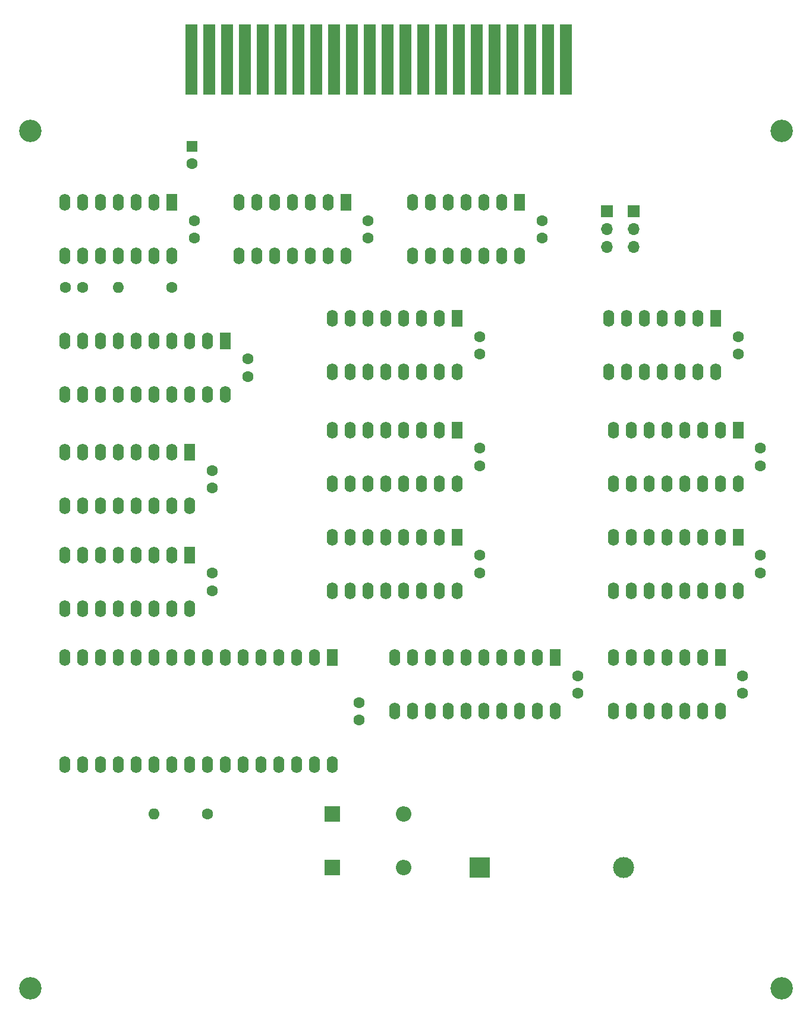
<source format=gts>
G04 #@! TF.GenerationSoftware,KiCad,Pcbnew,(5.1.9)-1*
G04 #@! TF.CreationDate,2025-12-18T14:44:51+09:00*
G04 #@! TF.ProjectId,MZ-2000_EMM,4d5a2d32-3030-4305-9f45-4d4d2e6b6963,rev?*
G04 #@! TF.SameCoordinates,PX20a6660PYbcc1c70*
G04 #@! TF.FileFunction,Soldermask,Top*
G04 #@! TF.FilePolarity,Negative*
%FSLAX46Y46*%
G04 Gerber Fmt 4.6, Leading zero omitted, Abs format (unit mm)*
G04 Created by KiCad (PCBNEW (5.1.9)-1) date 2025-12-18 14:44:51*
%MOMM*%
%LPD*%
G01*
G04 APERTURE LIST*
%ADD10R,1.780000X10.000000*%
%ADD11C,3.200000*%
%ADD12C,1.600000*%
%ADD13R,1.600000X1.600000*%
%ADD14O,2.200000X2.200000*%
%ADD15R,2.200000X2.200000*%
%ADD16O,1.600000X1.600000*%
%ADD17R,1.600000X2.400000*%
%ADD18O,1.600000X2.400000*%
%ADD19C,3.000000*%
%ADD20R,3.000000X3.000000*%
%ADD21R,1.700000X1.700000*%
%ADD22O,1.700000X1.700000*%
G04 APERTURE END LIST*
D10*
X26940000Y137196000D03*
X29480000Y137196000D03*
X32020000Y137196000D03*
X34560000Y137196000D03*
X37100000Y137196000D03*
X39640000Y137196000D03*
X42180000Y137196000D03*
X44720000Y137196000D03*
X47260000Y137196000D03*
X49800000Y137196000D03*
X52340000Y137196000D03*
X54880000Y137196000D03*
X57420000Y137196000D03*
X59960000Y137196000D03*
X62500000Y137196000D03*
X65040000Y137196000D03*
X67580000Y137196000D03*
X70120000Y137196000D03*
X72660000Y137196000D03*
X75200000Y137196000D03*
X77740000Y137196000D03*
X80280000Y137196000D03*
D11*
X4000000Y127000000D03*
X111000000Y127000000D03*
X111000000Y5000000D03*
X4000000Y5000000D03*
D12*
X76835000Y111760000D03*
X76835000Y114260000D03*
X34925000Y94575000D03*
X34925000Y92075000D03*
X67945000Y95250000D03*
X67945000Y97750000D03*
X29845000Y76200000D03*
X29845000Y78700000D03*
X67945000Y81875000D03*
X67945000Y79375000D03*
X29845000Y61595000D03*
X29845000Y64095000D03*
X67945000Y66635000D03*
X67945000Y64135000D03*
X50800000Y43180000D03*
X50800000Y45680000D03*
X81915000Y49490000D03*
X81915000Y46990000D03*
X8930000Y104775000D03*
X11430000Y104775000D03*
D13*
X26987500Y124841000D03*
D12*
X26987500Y122341000D03*
D14*
X57150000Y22225000D03*
D15*
X46990000Y22225000D03*
X46990000Y29845000D03*
D14*
X57150000Y29845000D03*
D12*
X24130000Y104775000D03*
D16*
X16510000Y104775000D03*
D17*
X24130000Y116840000D03*
D18*
X8890000Y109220000D03*
X21590000Y116840000D03*
X11430000Y109220000D03*
X19050000Y116840000D03*
X13970000Y109220000D03*
X16510000Y116840000D03*
X16510000Y109220000D03*
X13970000Y116840000D03*
X19050000Y109220000D03*
X11430000Y116840000D03*
X21590000Y109220000D03*
X8890000Y116840000D03*
X24130000Y109220000D03*
X31750000Y89535000D03*
X8890000Y97155000D03*
X29210000Y89535000D03*
X11430000Y97155000D03*
X26670000Y89535000D03*
X13970000Y97155000D03*
X24130000Y89535000D03*
X16510000Y97155000D03*
X21590000Y89535000D03*
X19050000Y97155000D03*
X19050000Y89535000D03*
X21590000Y97155000D03*
X16510000Y89535000D03*
X24130000Y97155000D03*
X13970000Y89535000D03*
X26670000Y97155000D03*
X11430000Y89535000D03*
X29210000Y97155000D03*
X8890000Y89535000D03*
D17*
X31750000Y97155000D03*
X64770000Y100330000D03*
D18*
X46990000Y92710000D03*
X62230000Y100330000D03*
X49530000Y92710000D03*
X59690000Y100330000D03*
X52070000Y92710000D03*
X57150000Y100330000D03*
X54610000Y92710000D03*
X54610000Y100330000D03*
X57150000Y92710000D03*
X52070000Y100330000D03*
X59690000Y92710000D03*
X49530000Y100330000D03*
X62230000Y92710000D03*
X46990000Y100330000D03*
X64770000Y92710000D03*
X26670000Y73660000D03*
X8890000Y81280000D03*
X24130000Y73660000D03*
X11430000Y81280000D03*
X21590000Y73660000D03*
X13970000Y81280000D03*
X19050000Y73660000D03*
X16510000Y81280000D03*
X16510000Y73660000D03*
X19050000Y81280000D03*
X13970000Y73660000D03*
X21590000Y81280000D03*
X11430000Y73660000D03*
X24130000Y81280000D03*
X8890000Y73660000D03*
D17*
X26670000Y81280000D03*
X64770000Y84455000D03*
D18*
X46990000Y76835000D03*
X62230000Y84455000D03*
X49530000Y76835000D03*
X59690000Y84455000D03*
X52070000Y76835000D03*
X57150000Y84455000D03*
X54610000Y76835000D03*
X54610000Y84455000D03*
X57150000Y76835000D03*
X52070000Y84455000D03*
X59690000Y76835000D03*
X49530000Y84455000D03*
X62230000Y76835000D03*
X46990000Y84455000D03*
X64770000Y76835000D03*
D17*
X26670000Y66675000D03*
D18*
X8890000Y59055000D03*
X24130000Y66675000D03*
X11430000Y59055000D03*
X21590000Y66675000D03*
X13970000Y59055000D03*
X19050000Y66675000D03*
X16510000Y59055000D03*
X16510000Y66675000D03*
X19050000Y59055000D03*
X13970000Y66675000D03*
X21590000Y59055000D03*
X11430000Y66675000D03*
X24130000Y59055000D03*
X8890000Y66675000D03*
X26670000Y59055000D03*
X64770000Y61595000D03*
X46990000Y69215000D03*
X62230000Y61595000D03*
X49530000Y69215000D03*
X59690000Y61595000D03*
X52070000Y69215000D03*
X57150000Y61595000D03*
X54610000Y69215000D03*
X54610000Y61595000D03*
X57150000Y69215000D03*
X52070000Y61595000D03*
X59690000Y69215000D03*
X49530000Y61595000D03*
X62230000Y69215000D03*
X46990000Y61595000D03*
D17*
X64770000Y69215000D03*
X46990000Y52070000D03*
D18*
X8890000Y36830000D03*
X44450000Y52070000D03*
X11430000Y36830000D03*
X41910000Y52070000D03*
X13970000Y36830000D03*
X39370000Y52070000D03*
X16510000Y36830000D03*
X36830000Y52070000D03*
X19050000Y36830000D03*
X34290000Y52070000D03*
X21590000Y36830000D03*
X31750000Y52070000D03*
X24130000Y36830000D03*
X29210000Y52070000D03*
X26670000Y36830000D03*
X26670000Y52070000D03*
X29210000Y36830000D03*
X24130000Y52070000D03*
X31750000Y36830000D03*
X21590000Y52070000D03*
X34290000Y36830000D03*
X19050000Y52070000D03*
X36830000Y36830000D03*
X16510000Y52070000D03*
X39370000Y36830000D03*
X13970000Y52070000D03*
X41910000Y36830000D03*
X11430000Y52070000D03*
X44450000Y36830000D03*
X8890000Y52070000D03*
X46990000Y36830000D03*
D17*
X78740000Y52070000D03*
D18*
X55880000Y44450000D03*
X76200000Y52070000D03*
X58420000Y44450000D03*
X73660000Y52070000D03*
X60960000Y44450000D03*
X71120000Y52070000D03*
X63500000Y44450000D03*
X68580000Y52070000D03*
X66040000Y44450000D03*
X66040000Y52070000D03*
X68580000Y44450000D03*
X63500000Y52070000D03*
X71120000Y44450000D03*
X60960000Y52070000D03*
X73660000Y44450000D03*
X58420000Y52070000D03*
X76200000Y44450000D03*
X55880000Y52070000D03*
X78740000Y44450000D03*
D19*
X88435000Y22225000D03*
D20*
X67945000Y22225000D03*
D12*
X52070000Y114260000D03*
X52070000Y111760000D03*
X27305000Y111760000D03*
X27305000Y114260000D03*
X104775000Y97750000D03*
X104775000Y95250000D03*
X107950000Y81875000D03*
X107950000Y79375000D03*
X107950000Y64135000D03*
X107950000Y66635000D03*
X105410000Y46990000D03*
X105410000Y49490000D03*
D21*
X86106000Y115570000D03*
D22*
X86106000Y113030000D03*
X86106000Y110490000D03*
X89916000Y110490000D03*
X89916000Y113030000D03*
D21*
X89916000Y115570000D03*
D17*
X48895000Y116840000D03*
D18*
X33655000Y109220000D03*
X46355000Y116840000D03*
X36195000Y109220000D03*
X43815000Y116840000D03*
X38735000Y109220000D03*
X41275000Y116840000D03*
X41275000Y109220000D03*
X38735000Y116840000D03*
X43815000Y109220000D03*
X36195000Y116840000D03*
X46355000Y109220000D03*
X33655000Y116840000D03*
X48895000Y109220000D03*
D17*
X101600000Y100330000D03*
D18*
X86360000Y92710000D03*
X99060000Y100330000D03*
X88900000Y92710000D03*
X96520000Y100330000D03*
X91440000Y92710000D03*
X93980000Y100330000D03*
X93980000Y92710000D03*
X91440000Y100330000D03*
X96520000Y92710000D03*
X88900000Y100330000D03*
X99060000Y92710000D03*
X86360000Y100330000D03*
X101600000Y92710000D03*
X104775000Y76835000D03*
X86995000Y84455000D03*
X102235000Y76835000D03*
X89535000Y84455000D03*
X99695000Y76835000D03*
X92075000Y84455000D03*
X97155000Y76835000D03*
X94615000Y84455000D03*
X94615000Y76835000D03*
X97155000Y84455000D03*
X92075000Y76835000D03*
X99695000Y84455000D03*
X89535000Y76835000D03*
X102235000Y84455000D03*
X86995000Y76835000D03*
D17*
X104775000Y84455000D03*
X104775000Y69215000D03*
D18*
X86995000Y61595000D03*
X102235000Y69215000D03*
X89535000Y61595000D03*
X99695000Y69215000D03*
X92075000Y61595000D03*
X97155000Y69215000D03*
X94615000Y61595000D03*
X94615000Y69215000D03*
X97155000Y61595000D03*
X92075000Y69215000D03*
X99695000Y61595000D03*
X89535000Y69215000D03*
X102235000Y61595000D03*
X86995000Y69215000D03*
X104775000Y61595000D03*
X102235000Y44450000D03*
X86995000Y52070000D03*
X99695000Y44450000D03*
X89535000Y52070000D03*
X97155000Y44450000D03*
X92075000Y52070000D03*
X94615000Y44450000D03*
X94615000Y52070000D03*
X92075000Y44450000D03*
X97155000Y52070000D03*
X89535000Y44450000D03*
X99695000Y52070000D03*
X86995000Y44450000D03*
D17*
X102235000Y52070000D03*
X73660000Y116840000D03*
D18*
X58420000Y109220000D03*
X71120000Y116840000D03*
X60960000Y109220000D03*
X68580000Y116840000D03*
X63500000Y109220000D03*
X66040000Y116840000D03*
X66040000Y109220000D03*
X63500000Y116840000D03*
X68580000Y109220000D03*
X60960000Y116840000D03*
X71120000Y109220000D03*
X58420000Y116840000D03*
X73660000Y109220000D03*
D12*
X29210000Y29845000D03*
D16*
X21590000Y29845000D03*
M02*

</source>
